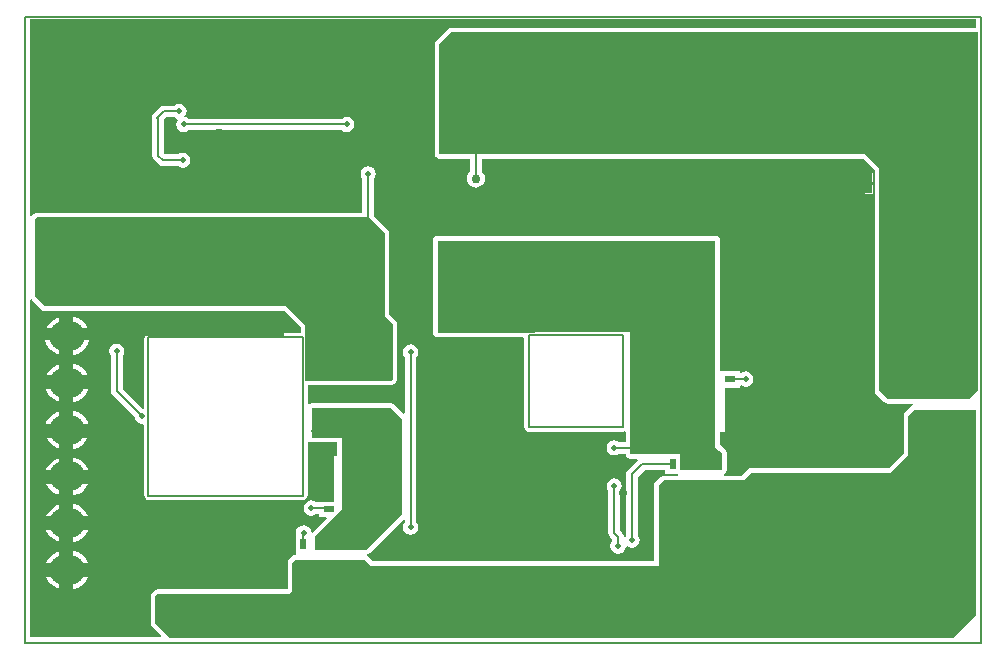
<source format=gtl>
%FSLAX25Y25*%
%MOIN*%
G70*
G01*
G75*
G04 Layer_Physical_Order=1*
G04 Layer_Color=255*
%ADD10R,0.14410X0.09843*%
%ADD11R,0.14410X0.07874*%
%ADD12R,0.01969X0.06299*%
%ADD13R,0.03543X0.02126*%
%ADD14R,0.48504X0.15354*%
%ADD15R,0.09843X0.14410*%
%ADD16R,0.07874X0.14410*%
%ADD17R,0.06299X0.01969*%
%ADD18R,0.02126X0.03543*%
%ADD19R,0.10630X0.03937*%
%ADD20R,0.25590X0.07559*%
%ADD21C,0.00800*%
%ADD22R,0.49400X0.08100*%
%ADD23R,0.04800X0.94500*%
%ADD24R,0.18800X0.03900*%
%ADD25R,0.17900X0.04600*%
%ADD26R,0.19200X0.04500*%
%ADD27R,0.85300X0.11600*%
%ADD28R,0.04315X0.07664*%
%ADD29R,0.44671X0.11272*%
%ADD30R,0.44400X0.11000*%
%ADD31R,0.06900X0.15000*%
%ADD32R,0.06300X0.16900*%
%ADD33C,0.00500*%
%ADD34O,0.11811X0.09843*%
%ADD35R,0.11811X0.09843*%
%ADD36C,0.02000*%
%ADD37C,0.05000*%
%ADD38C,0.04000*%
%ADD39C,0.03000*%
G36*
X317650Y-73550D02*
X314900Y-76300D01*
X287600D01*
X284850Y-73550D01*
Y600D01*
X280050Y5400D01*
X138250D01*
Y42000D01*
X142150Y45900D01*
X317650D01*
Y-73550D01*
D02*
G37*
G36*
X125700Y-82800D02*
Y-114800D01*
X113900Y-126600D01*
X96800D01*
Y-122100D01*
X105700Y-113200D01*
Y-89200D01*
X95600D01*
Y-79300D01*
X122200D01*
X125700Y-82800D01*
D02*
G37*
G36*
X317113Y47429D02*
X142150D01*
X141565Y47313D01*
X141069Y46981D01*
X137169Y43081D01*
X136837Y42585D01*
X136721Y42000D01*
Y5400D01*
X136837Y4815D01*
X137169Y4319D01*
X137665Y3987D01*
X138250Y3871D01*
X148463D01*
Y-505D01*
X148260Y-660D01*
X147780Y-1287D01*
X147477Y-2017D01*
X147374Y-2800D01*
X147477Y-3583D01*
X147780Y-4313D01*
X148260Y-4940D01*
X148887Y-5421D01*
X149617Y-5723D01*
X150400Y-5826D01*
X151183Y-5723D01*
X151913Y-5421D01*
X152540Y-4940D01*
X153021Y-4313D01*
X153323Y-3583D01*
X153426Y-2800D01*
X153323Y-2017D01*
X153021Y-1287D01*
X152540Y-660D01*
X152337Y-505D01*
Y3871D01*
X279416D01*
X283321Y-33D01*
Y-73550D01*
X283437Y-74135D01*
X283769Y-74631D01*
X286519Y-77381D01*
X287015Y-77713D01*
X287600Y-77829D01*
X296168D01*
X296217Y-78327D01*
X295915Y-78387D01*
X295419Y-78719D01*
X293419Y-80719D01*
X293087Y-81215D01*
X292971Y-81800D01*
Y-94291D01*
X287991Y-99271D01*
X242300D01*
X241715Y-99387D01*
X241219Y-99719D01*
X239067Y-101871D01*
X233262D01*
X233116Y-101392D01*
X233396Y-101206D01*
X233551D01*
Y-101102D01*
X233581Y-101081D01*
X233913Y-100585D01*
X234029Y-100000D01*
Y-94300D01*
X234011Y-94208D01*
X234018Y-94115D01*
X233953Y-93918D01*
X233913Y-93715D01*
X233861Y-93637D01*
X233832Y-93548D01*
X233697Y-93391D01*
X233581Y-93219D01*
X233504Y-93167D01*
X233443Y-93096D01*
X231729Y-91755D01*
Y-87404D01*
X231914Y-87219D01*
X232083Y-87219D01*
X232083Y-87219D01*
Y-87219D01*
X234686D01*
Y-84655D01*
X235185D01*
Y-84156D01*
X238457D01*
Y-82219D01*
Y-80156D01*
X235185D01*
Y-79156D01*
X238457D01*
Y-77219D01*
Y-75156D01*
X235185D01*
Y-74156D01*
X238457D01*
Y-72219D01*
Y-71925D01*
X238898Y-71689D01*
X239381Y-72011D01*
X240356Y-72205D01*
X241331Y-72011D01*
X242158Y-71458D01*
X242711Y-70631D01*
X242905Y-69656D01*
X242711Y-68680D01*
X242158Y-67853D01*
X241331Y-67301D01*
X240356Y-67107D01*
X239381Y-67301D01*
X238898Y-67623D01*
X238457Y-67387D01*
Y-67093D01*
X232083D01*
X232083Y-67093D01*
Y-67093D01*
X231914Y-67093D01*
X231729Y-66908D01*
Y-23500D01*
X231613Y-22915D01*
X231281Y-22419D01*
X230785Y-22087D01*
X230200Y-21971D01*
X137600D01*
X137015Y-22087D01*
X136519Y-22419D01*
X136187Y-22915D01*
X136071Y-23500D01*
Y-54175D01*
X136071Y-54176D01*
X136071Y-54177D01*
X136129Y-54471D01*
X136187Y-54760D01*
X136188Y-54761D01*
X136188Y-54762D01*
X136355Y-55011D01*
X136519Y-55256D01*
X136519Y-55257D01*
X136520Y-55257D01*
X136767Y-55422D01*
X137015Y-55588D01*
X137016Y-55588D01*
X137016Y-55588D01*
X137308Y-55646D01*
X137600Y-55704D01*
X137601Y-55704D01*
X137602Y-55704D01*
X166162Y-55669D01*
X166516Y-56022D01*
Y-85500D01*
X166516Y-85500D01*
X166516D01*
X166651Y-86183D01*
X167038Y-86762D01*
X167617Y-87148D01*
X168300Y-87284D01*
X198900D01*
X199583Y-87148D01*
X199886Y-86946D01*
X200328Y-87181D01*
X200335Y-90235D01*
X199982Y-90589D01*
X198127D01*
X197501Y-90171D01*
X196526Y-89977D01*
X195551Y-90171D01*
X194724Y-90724D01*
X194171Y-91550D01*
X193977Y-92526D01*
X194171Y-93501D01*
X194724Y-94328D01*
X195551Y-94881D01*
X196526Y-95075D01*
X197501Y-94881D01*
X198127Y-94463D01*
X200346D01*
X200346Y-94692D01*
X200404Y-94981D01*
X200461Y-95269D01*
X200463Y-95273D01*
X200464Y-95277D01*
X200628Y-95521D01*
X200791Y-95766D01*
X200794Y-95769D01*
X200797Y-95772D01*
X201043Y-95936D01*
X201286Y-96099D01*
X201290Y-96100D01*
X201294Y-96103D01*
X201584Y-96160D01*
X201870Y-96218D01*
X204182Y-96226D01*
X204373Y-96688D01*
X201015Y-100045D01*
X200595Y-100674D01*
X200448Y-101415D01*
Y-121814D01*
X200204Y-122179D01*
X199714Y-122082D01*
X199590Y-121459D01*
X199170Y-120830D01*
X198437Y-120098D01*
Y-106901D01*
X198855Y-106275D01*
X199049Y-105300D01*
X198855Y-104324D01*
X198302Y-103498D01*
X197476Y-102945D01*
X196500Y-102751D01*
X195525Y-102945D01*
X194698Y-103498D01*
X194145Y-104324D01*
X193951Y-105300D01*
X194145Y-106275D01*
X194563Y-106901D01*
Y-120900D01*
X194710Y-121641D01*
X195130Y-122270D01*
X195863Y-123002D01*
Y-123783D01*
X195445Y-124408D01*
X195251Y-125383D01*
X195445Y-126359D01*
X195998Y-127186D01*
X196825Y-127738D01*
X197800Y-127932D01*
X198775Y-127738D01*
X199602Y-127186D01*
X200155Y-126359D01*
X200318Y-125540D01*
X200780Y-125349D01*
X201410Y-125770D01*
X202385Y-125964D01*
X203361Y-125770D01*
X204187Y-125217D01*
X204740Y-124390D01*
X204934Y-123415D01*
X204740Y-122440D01*
X204322Y-121814D01*
Y-102217D01*
X206669Y-99871D01*
X213425D01*
Y-101206D01*
X217504D01*
X217784Y-101392D01*
X217638Y-101871D01*
X213100D01*
X212612Y-101968D01*
X212515Y-101987D01*
X212019Y-102319D01*
X210219Y-104119D01*
X209887Y-104615D01*
X209771Y-105200D01*
Y-130271D01*
X116033D01*
X114481Y-128719D01*
X113985Y-128387D01*
X113400Y-128271D01*
X113541Y-128129D01*
X113900D01*
X114485Y-128013D01*
X114981Y-127681D01*
X126201Y-116462D01*
X126663Y-116653D01*
Y-117399D01*
X126245Y-118025D01*
X126051Y-119000D01*
X126245Y-119975D01*
X126798Y-120802D01*
X127624Y-121355D01*
X128600Y-121549D01*
X129576Y-121355D01*
X130402Y-120802D01*
X130955Y-119975D01*
X131149Y-119000D01*
X130955Y-118025D01*
X130537Y-117399D01*
Y-62201D01*
X130955Y-61576D01*
X131149Y-60600D01*
X130955Y-59624D01*
X130402Y-58798D01*
X129576Y-58245D01*
X128600Y-58051D01*
X127624Y-58245D01*
X126798Y-58798D01*
X126245Y-59624D01*
X126051Y-60600D01*
X126245Y-61576D01*
X126663Y-62201D01*
Y-80947D01*
X126201Y-81138D01*
X123281Y-78219D01*
X122785Y-77887D01*
X122200Y-77771D01*
X95600D01*
X95015Y-77887D01*
X94725Y-78080D01*
X94284Y-77845D01*
Y-71729D01*
X122000D01*
X122585Y-71613D01*
X123081Y-71281D01*
X123781Y-70581D01*
X124113Y-70085D01*
X124229Y-69500D01*
Y-51400D01*
X124113Y-50815D01*
X123781Y-50319D01*
X121529Y-48066D01*
Y-21000D01*
X121413Y-20415D01*
X121081Y-19919D01*
X116437Y-15274D01*
Y-2801D01*
X116855Y-2176D01*
X117049Y-1200D01*
X116855Y-225D01*
X116302Y602D01*
X115475Y1155D01*
X114500Y1349D01*
X113524Y1155D01*
X112698Y602D01*
X112145Y-225D01*
X111951Y-1200D01*
X112145Y-2176D01*
X112563Y-2801D01*
Y-14145D01*
X4025D01*
X3537Y-14243D01*
X3440Y-14262D01*
X2944Y-14593D01*
X2419Y-15119D01*
X2263Y-15352D01*
X1784Y-15207D01*
Y50516D01*
X317113D01*
Y47429D01*
D02*
G37*
G36*
X230200Y-92500D02*
X232500Y-94300D01*
Y-100000D01*
X218400D01*
Y-94744D01*
X201876Y-94688D01*
X201775Y-54095D01*
X137600Y-54175D01*
Y-23500D01*
X230200D01*
Y-92500D01*
D02*
G37*
G36*
X317126Y-148174D02*
X309400Y-155900D01*
X213800D01*
Y-156000D01*
X48500D01*
X43500Y-151000D01*
Y-142100D01*
X44300Y-141300D01*
X88300D01*
X89200Y-140300D01*
Y-130800D01*
X90300Y-129700D01*
X90400Y-129800D01*
X113400D01*
X115400Y-131800D01*
X211300D01*
Y-105200D01*
X213100Y-103400D01*
X239700D01*
X242300Y-100800D01*
X288624D01*
X294500Y-94924D01*
Y-81800D01*
X296500Y-79800D01*
X317126D01*
Y-148174D01*
D02*
G37*
G36*
X2419Y-43281D02*
X5619Y-46481D01*
X6115Y-46813D01*
X6700Y-46929D01*
X86466D01*
X91971Y-52434D01*
Y-54416D01*
X85315D01*
Y-52895D01*
X71685D01*
Y-54416D01*
X69915D01*
Y-52995D01*
X56285D01*
Y-54416D01*
X54415D01*
Y-52995D01*
X40785D01*
Y-54640D01*
X40338Y-54938D01*
X39952Y-55517D01*
X39816Y-56200D01*
Y-79299D01*
X39429Y-79616D01*
X39338Y-79598D01*
X32637Y-72898D01*
Y-62001D01*
X33055Y-61375D01*
X33249Y-60400D01*
X33055Y-59425D01*
X32502Y-58598D01*
X31675Y-58045D01*
X30700Y-57851D01*
X29724Y-58045D01*
X28898Y-58598D01*
X28345Y-59425D01*
X28151Y-60400D01*
X28345Y-61375D01*
X28763Y-62001D01*
Y-73700D01*
X28763Y-73700D01*
X28763D01*
X28910Y-74441D01*
X29330Y-75070D01*
X36598Y-82338D01*
X36745Y-83075D01*
X37298Y-83902D01*
X38124Y-84455D01*
X39100Y-84649D01*
X39429Y-84583D01*
X39816Y-84901D01*
Y-108200D01*
X39816Y-108200D01*
X39816D01*
X39952Y-108883D01*
X40338Y-109462D01*
X40917Y-109848D01*
X41600Y-109984D01*
X92500D01*
X93183Y-109848D01*
X93762Y-109462D01*
X94148Y-108883D01*
X94284Y-108200D01*
Y-90655D01*
X94725Y-90420D01*
X95015Y-90613D01*
X95600Y-90729D01*
X104171D01*
Y-95375D01*
X101940D01*
Y-97939D01*
X101441D01*
Y-98438D01*
X98168D01*
Y-100501D01*
Y-102438D01*
X101441D01*
Y-103438D01*
X98168D01*
Y-105501D01*
Y-107438D01*
X101441D01*
Y-108438D01*
X98168D01*
Y-110501D01*
Y-110663D01*
X97101D01*
X96475Y-110245D01*
X95500Y-110051D01*
X94525Y-110245D01*
X93698Y-110798D01*
X93145Y-111625D01*
X92951Y-112600D01*
X93145Y-113575D01*
X93698Y-114402D01*
X94525Y-114955D01*
X95500Y-115149D01*
X96475Y-114955D01*
X97101Y-114537D01*
X98168D01*
Y-115501D01*
X100583D01*
X100774Y-115963D01*
X95938Y-120799D01*
X95460Y-120654D01*
X95305Y-119875D01*
X94752Y-119048D01*
X93925Y-118495D01*
X92950Y-118301D01*
X91975Y-118495D01*
X91148Y-119048D01*
X90595Y-119875D01*
X90401Y-120850D01*
X90485Y-121274D01*
X90325Y-121468D01*
X90325D01*
Y-128012D01*
X90325D01*
X90300Y-128171D01*
X89812Y-128268D01*
X89715Y-128287D01*
X89219Y-128619D01*
X88119Y-129719D01*
X87787Y-130215D01*
X87671Y-130800D01*
Y-139713D01*
X87619Y-139771D01*
X44300D01*
X43715Y-139887D01*
X43219Y-140219D01*
X42419Y-141019D01*
X42087Y-141515D01*
X41971Y-142100D01*
Y-151000D01*
X42087Y-151585D01*
X42419Y-152081D01*
X45571Y-155234D01*
X45380Y-155696D01*
X1784D01*
Y-43193D01*
X2263Y-43048D01*
X2419Y-43281D01*
D02*
G37*
G36*
X120000Y-21000D02*
Y-48700D01*
X122700Y-51400D01*
Y-69500D01*
X122000Y-70200D01*
X93500D01*
Y-51800D01*
X87100Y-45400D01*
X6700D01*
X3500Y-42200D01*
Y-16200D01*
X4025Y-15675D01*
X114675D01*
X120000Y-21000D01*
D02*
G37*
%LPC*%
G36*
X21561Y-102626D02*
X14673D01*
Y-108579D01*
X15157D01*
X16416Y-108455D01*
X17627Y-108087D01*
X18742Y-107491D01*
X19720Y-106689D01*
X20522Y-105711D01*
X21119Y-104595D01*
X21486Y-103385D01*
X21561Y-102626D01*
D02*
G37*
G36*
X15157Y-95674D02*
X14673D01*
Y-101626D01*
X21561D01*
X21486Y-100867D01*
X21119Y-99657D01*
X20522Y-98541D01*
X19720Y-97564D01*
X18742Y-96761D01*
X17627Y-96165D01*
X16416Y-95798D01*
X15157Y-95674D01*
D02*
G37*
G36*
X13673D02*
X13189D01*
X11930Y-95798D01*
X10720Y-96165D01*
X9604Y-96761D01*
X8626Y-97564D01*
X7824Y-98541D01*
X7228Y-99657D01*
X6861Y-100867D01*
X6786Y-101626D01*
X13673D01*
Y-95674D01*
D02*
G37*
G36*
X100940Y-95375D02*
X98168D01*
Y-97438D01*
X100940D01*
Y-95375D01*
D02*
G37*
G36*
X248226Y-91030D02*
X241911D01*
Y-93998D01*
X248226D01*
Y-91030D01*
D02*
G37*
G36*
X283541D02*
X277226D01*
Y-93998D01*
X283541D01*
Y-91030D01*
D02*
G37*
G36*
Y-94998D02*
X277226D01*
Y-97967D01*
X283541D01*
Y-94998D01*
D02*
G37*
G36*
X255541Y-91030D02*
Y-91030D01*
X249226D01*
Y-94499D01*
Y-97967D01*
X255541D01*
Y-97967D01*
X255541D01*
X255541Y-97967D01*
X255911D01*
Y-97967D01*
X262226D01*
Y-94499D01*
Y-91030D01*
X255911D01*
D01*
D01*
X255911Y-91030D01*
X255541D01*
D02*
G37*
G36*
X269911D02*
X269624Y-91030D01*
X269541D01*
Y-91030D01*
X269541D01*
X269541D01*
X263226D01*
Y-94499D01*
Y-97967D01*
X269541D01*
Y-97967D01*
X269541D01*
X269541Y-97967D01*
X269911D01*
Y-97967D01*
X276226D01*
Y-94499D01*
Y-91030D01*
X269911D01*
Y-91030D01*
D02*
G37*
G36*
X248226Y-94998D02*
X241911D01*
Y-97967D01*
X248226D01*
Y-94998D01*
D02*
G37*
G36*
X13673Y-102626D02*
X6786D01*
X6861Y-103385D01*
X7228Y-104595D01*
X7824Y-105711D01*
X8626Y-106689D01*
X9604Y-107491D01*
X10720Y-108087D01*
X11930Y-108455D01*
X13189Y-108579D01*
X13673D01*
Y-102626D01*
D02*
G37*
G36*
X79326Y-130336D02*
X66726D01*
Y-133806D01*
Y-137273D01*
X79326D01*
Y-133806D01*
Y-130336D01*
D02*
G37*
G36*
X86641Y-134305D02*
X80326D01*
Y-137273D01*
X86641D01*
Y-134305D01*
D02*
G37*
G36*
X52126Y-130336D02*
X45811D01*
Y-133305D01*
X52126D01*
Y-130336D01*
D02*
G37*
G36*
X65726D02*
X53126D01*
Y-133806D01*
Y-137273D01*
X65726D01*
Y-133806D01*
Y-130336D01*
D02*
G37*
G36*
X13673Y-133807D02*
X6786D01*
X6861Y-134566D01*
X7228Y-135777D01*
X7824Y-136892D01*
X8626Y-137870D01*
X9604Y-138672D01*
X10720Y-139269D01*
X11930Y-139636D01*
X13189Y-139760D01*
X13673D01*
Y-133807D01*
D02*
G37*
G36*
X21561D02*
X14673D01*
Y-139760D01*
X15157D01*
X16416Y-139636D01*
X17627Y-139269D01*
X18742Y-138672D01*
X19720Y-137870D01*
X20522Y-136892D01*
X21119Y-135777D01*
X21486Y-134566D01*
X21561Y-133807D01*
D02*
G37*
G36*
X52126Y-134305D02*
X45811D01*
Y-137273D01*
X52126D01*
Y-134305D01*
D02*
G37*
G36*
X21561Y-118217D02*
X14673D01*
Y-124169D01*
X15157D01*
X16416Y-124045D01*
X17627Y-123678D01*
X18742Y-123082D01*
X19720Y-122279D01*
X20522Y-121301D01*
X21119Y-120186D01*
X21486Y-118976D01*
X21561Y-118217D01*
D02*
G37*
G36*
X13673Y-111265D02*
X13189D01*
X11930Y-111389D01*
X10720Y-111756D01*
X9604Y-112352D01*
X8626Y-113154D01*
X7824Y-114132D01*
X7228Y-115248D01*
X6861Y-116458D01*
X6786Y-117217D01*
X13673D01*
Y-111265D01*
D02*
G37*
G36*
X15157D02*
X14673D01*
Y-117217D01*
X21561D01*
X21486Y-116458D01*
X21119Y-115248D01*
X20522Y-114132D01*
X19720Y-113154D01*
X18742Y-112352D01*
X17627Y-111756D01*
X16416Y-111389D01*
X15157Y-111265D01*
D02*
G37*
G36*
X13673Y-118217D02*
X6786D01*
X6861Y-118976D01*
X7228Y-120186D01*
X7824Y-121301D01*
X8626Y-122279D01*
X9604Y-123082D01*
X10720Y-123678D01*
X11930Y-124045D01*
X13189Y-124169D01*
X13673D01*
Y-118217D01*
D02*
G37*
G36*
X86641Y-130336D02*
X80326D01*
Y-133305D01*
X86641D01*
Y-130336D01*
D02*
G37*
G36*
X13673Y-126855D02*
X13189D01*
X11930Y-126979D01*
X10720Y-127346D01*
X9604Y-127943D01*
X8626Y-128745D01*
X7824Y-129723D01*
X7228Y-130838D01*
X6861Y-132049D01*
X6786Y-132807D01*
X13673D01*
Y-126855D01*
D02*
G37*
G36*
X15157D02*
X14673D01*
Y-132807D01*
X21561D01*
X21486Y-132049D01*
X21119Y-130838D01*
X20522Y-129723D01*
X19720Y-128745D01*
X18742Y-127943D01*
X17627Y-127346D01*
X16416Y-126979D01*
X15157Y-126855D01*
D02*
G37*
G36*
X13673Y-87036D02*
X6786D01*
X6861Y-87794D01*
X7228Y-89005D01*
X7824Y-90120D01*
X8626Y-91098D01*
X9604Y-91900D01*
X10720Y-92497D01*
X11930Y-92864D01*
X13189Y-92988D01*
X13673D01*
Y-87036D01*
D02*
G37*
G36*
X206400Y-4895D02*
X200085D01*
Y-7864D01*
X206400D01*
Y-4895D01*
D02*
G37*
G36*
X282715D02*
X276400D01*
Y-7864D01*
X282715D01*
Y-4895D01*
D02*
G37*
G36*
X206400Y-927D02*
X200085D01*
Y-3895D01*
X206400D01*
Y-927D01*
D02*
G37*
G36*
X85315Y-48927D02*
X79000D01*
Y-51895D01*
X85315D01*
Y-48927D01*
D02*
G37*
G36*
X62600Y-49027D02*
X56285D01*
Y-51995D01*
X62600D01*
Y-49027D01*
D02*
G37*
G36*
X69915D02*
X63600D01*
Y-51995D01*
X69915D01*
Y-49027D01*
D02*
G37*
G36*
X78000Y-48927D02*
X71685D01*
Y-51895D01*
X78000D01*
Y-48927D01*
D02*
G37*
G36*
X255469Y-927D02*
Y-927D01*
X255285Y-927D01*
X255200D01*
X255115D01*
X254931Y-927D01*
X254931Y-927D01*
Y-927D01*
X248800D01*
Y-4396D01*
Y-7864D01*
X255115D01*
Y-7864D01*
X255285D01*
X255469Y-7864D01*
X255469Y-7864D01*
Y-7864D01*
X261600D01*
Y-4396D01*
Y-927D01*
X255469D01*
X255469Y-927D01*
D02*
G37*
G36*
X269268D02*
Y-927D01*
X269085Y-927D01*
X269000D01*
X268915D01*
X268731Y-927D01*
X268731Y-927D01*
Y-927D01*
X262600D01*
Y-4396D01*
Y-7864D01*
X268915D01*
Y-7864D01*
X269085D01*
X269268Y-7864D01*
X269268Y-7864D01*
Y-7864D01*
X275400D01*
Y-4396D01*
Y-927D01*
X269268D01*
X269268Y-927D01*
D02*
G37*
G36*
X51400Y22149D02*
X50424Y21955D01*
X49799Y21537D01*
X46365D01*
X45624Y21390D01*
X44995Y20970D01*
X42830Y18804D01*
X42410Y18176D01*
X42263Y17435D01*
X42410Y16693D01*
X42563Y16465D01*
Y4800D01*
X42563Y4800D01*
X42563D01*
X42710Y4059D01*
X43130Y3430D01*
X44630Y1930D01*
X45259Y1510D01*
X46000Y1363D01*
X51099D01*
X51724Y945D01*
X52700Y751D01*
X53676Y945D01*
X54502Y1498D01*
X55055Y2324D01*
X55249Y3300D01*
X55055Y4276D01*
X54502Y5102D01*
X53676Y5655D01*
X52700Y5849D01*
X51724Y5655D01*
X51099Y5237D01*
X46802D01*
X46437Y5602D01*
Y16932D01*
X47168Y17663D01*
X49799D01*
X50424Y17245D01*
X50777Y17175D01*
X50969Y16713D01*
X50624Y16197D01*
X50430Y15221D01*
X50624Y14246D01*
X51176Y13419D01*
X52003Y12866D01*
X52979Y12672D01*
X53954Y12866D01*
X54579Y13284D01*
X105678D01*
X106303Y12866D01*
X107279Y12672D01*
X108254Y12866D01*
X109081Y13419D01*
X109634Y14246D01*
X109828Y15221D01*
X109634Y16197D01*
X109081Y17024D01*
X108254Y17576D01*
X107279Y17770D01*
X106303Y17576D01*
X105678Y17158D01*
X54579D01*
X53954Y17576D01*
X53217Y17723D01*
X53202Y17798D01*
X53755Y18624D01*
X53949Y19600D01*
X53755Y20575D01*
X53202Y21402D01*
X52376Y21955D01*
X51400Y22149D01*
D02*
G37*
G36*
X241669Y-927D02*
Y-927D01*
X241485Y-927D01*
X241400D01*
X241315D01*
X241131Y-927D01*
X241131Y-927D01*
Y-927D01*
X235000D01*
Y-4396D01*
Y-7864D01*
X241315D01*
Y-7864D01*
X241485D01*
X241669Y-7864D01*
X241669Y-7864D01*
Y-7864D01*
X247800D01*
Y-4396D01*
Y-927D01*
X241669D01*
X241669Y-927D01*
D02*
G37*
G36*
X282715Y-927D02*
X276400D01*
Y-3895D01*
X282715D01*
Y-927D01*
D02*
G37*
G36*
X214069Y-927D02*
Y-927D01*
X213885Y-927D01*
X213800D01*
X213715D01*
X213531Y-927D01*
X213531Y-927D01*
Y-927D01*
X207400D01*
Y-4396D01*
Y-7864D01*
X213715D01*
Y-7864D01*
X213885D01*
X214069Y-7864D01*
X214069Y-7864D01*
Y-7864D01*
X220200D01*
Y-4396D01*
Y-927D01*
X214069D01*
X214069Y-927D01*
D02*
G37*
G36*
X227869D02*
Y-927D01*
X227685Y-927D01*
X227600D01*
X227515D01*
X227331Y-927D01*
X227331Y-927D01*
Y-927D01*
X221200D01*
Y-4396D01*
Y-7864D01*
X227515D01*
Y-7864D01*
X227685D01*
X227869Y-7864D01*
X227869Y-7864D01*
Y-7864D01*
X234000D01*
Y-4396D01*
Y-927D01*
X227869D01*
X227869Y-927D01*
D02*
G37*
G36*
X13673Y-71445D02*
X6786D01*
X6861Y-72204D01*
X7228Y-73414D01*
X7824Y-74530D01*
X8626Y-75507D01*
X9604Y-76310D01*
X10720Y-76906D01*
X11930Y-77273D01*
X13189Y-77397D01*
X13673D01*
Y-71445D01*
D02*
G37*
G36*
X21561D02*
X14673D01*
Y-77397D01*
X15157D01*
X16416Y-77273D01*
X17627Y-76906D01*
X18742Y-76310D01*
X19720Y-75507D01*
X20522Y-74530D01*
X21119Y-73414D01*
X21486Y-72204D01*
X21561Y-71445D01*
D02*
G37*
G36*
X13673Y-64493D02*
X13189D01*
X11930Y-64617D01*
X10720Y-64984D01*
X9604Y-65580D01*
X8626Y-66382D01*
X7824Y-67360D01*
X7228Y-68476D01*
X6861Y-69686D01*
X6786Y-70445D01*
X13673D01*
Y-64493D01*
D02*
G37*
G36*
X15157Y-80083D02*
X14673D01*
Y-86036D01*
X21561D01*
X21486Y-85277D01*
X21119Y-84066D01*
X20522Y-82951D01*
X19720Y-81973D01*
X18742Y-81171D01*
X17627Y-80575D01*
X16416Y-80207D01*
X15157Y-80083D01*
D02*
G37*
G36*
X21561Y-87036D02*
X14673D01*
Y-92988D01*
X15157D01*
X16416Y-92864D01*
X17627Y-92497D01*
X18742Y-91900D01*
X19720Y-91098D01*
X20522Y-90120D01*
X21119Y-89005D01*
X21486Y-87794D01*
X21561Y-87036D01*
D02*
G37*
G36*
X238457Y-85156D02*
X235686D01*
Y-87219D01*
X238457D01*
Y-85156D01*
D02*
G37*
G36*
X13673Y-80083D02*
X13189D01*
X11930Y-80207D01*
X10720Y-80575D01*
X9604Y-81171D01*
X8626Y-81973D01*
X7824Y-82951D01*
X7228Y-84066D01*
X6861Y-85277D01*
X6786Y-86036D01*
X13673D01*
Y-80083D01*
D02*
G37*
G36*
X15157Y-48902D02*
X14673D01*
Y-54854D01*
X21561D01*
X21486Y-54096D01*
X21119Y-52885D01*
X20522Y-51770D01*
X19720Y-50792D01*
X18742Y-49990D01*
X17627Y-49393D01*
X16416Y-49026D01*
X15157Y-48902D01*
D02*
G37*
G36*
X47100Y-49027D02*
X40785D01*
Y-51995D01*
X47100D01*
Y-49027D01*
D02*
G37*
G36*
X54415D02*
X48100D01*
Y-51995D01*
X54415D01*
Y-49027D01*
D02*
G37*
G36*
X13673Y-48902D02*
X13189D01*
X11930Y-49026D01*
X10720Y-49393D01*
X9604Y-49990D01*
X8626Y-50792D01*
X7824Y-51770D01*
X7228Y-52885D01*
X6861Y-54096D01*
X6786Y-54854D01*
X13673D01*
Y-48902D01*
D02*
G37*
G36*
X15157Y-64493D02*
X14673D01*
Y-70445D01*
X21561D01*
X21486Y-69686D01*
X21119Y-68476D01*
X20522Y-67360D01*
X19720Y-66382D01*
X18742Y-65580D01*
X17627Y-64984D01*
X16416Y-64617D01*
X15157Y-64493D01*
D02*
G37*
G36*
X13673Y-55854D02*
X6786D01*
X6861Y-56613D01*
X7228Y-57824D01*
X7824Y-58939D01*
X8626Y-59917D01*
X9604Y-60719D01*
X10720Y-61316D01*
X11930Y-61683D01*
X13189Y-61807D01*
X13673D01*
Y-55854D01*
D02*
G37*
G36*
X21561D02*
X14673D01*
Y-61807D01*
X15157D01*
X16416Y-61683D01*
X17627Y-61316D01*
X18742Y-60719D01*
X19720Y-59917D01*
X20522Y-58939D01*
X21119Y-57824D01*
X21486Y-56613D01*
X21561Y-55854D01*
D02*
G37*
%LPD*%
D10*
X221898Y-73535D02*
D03*
X114728Y-109059D02*
D03*
D11*
X221898Y-81777D02*
D03*
X114728Y-100817D02*
D03*
D12*
X225934Y-69282D02*
D03*
Y-85030D02*
D03*
X110692Y-113312D02*
D03*
Y-97564D02*
D03*
D13*
X235186Y-79656D02*
D03*
X213148D02*
D03*
X235186Y-69656D02*
D03*
Y-74656D02*
D03*
X213148Y-69656D02*
D03*
X235186Y-84656D02*
D03*
X213148D02*
D03*
Y-74656D02*
D03*
X101440Y-102938D02*
D03*
X123478D02*
D03*
X101440Y-112938D02*
D03*
Y-107938D02*
D03*
X123478Y-112938D02*
D03*
X101440Y-97938D02*
D03*
X123478D02*
D03*
Y-107938D02*
D03*
D14*
X165500Y-41006D02*
D03*
Y23206D02*
D03*
D15*
X219867Y-111221D02*
D03*
X96767Y-138028D02*
D03*
D16*
X228109Y-111221D02*
D03*
X105009Y-138028D02*
D03*
D17*
X215614Y-107186D02*
D03*
X231362D02*
D03*
X92514Y-133992D02*
D03*
X108262D02*
D03*
D18*
X225988Y-97934D02*
D03*
Y-119972D02*
D03*
X215988Y-97934D02*
D03*
X220988D02*
D03*
X215988Y-119972D02*
D03*
X230988Y-97934D02*
D03*
Y-119972D02*
D03*
X220988D02*
D03*
X102888Y-124740D02*
D03*
Y-146778D02*
D03*
X92888Y-124740D02*
D03*
X97888D02*
D03*
X92888Y-146778D02*
D03*
X107888Y-124740D02*
D03*
Y-146778D02*
D03*
X97888D02*
D03*
D19*
X248726Y-94498D02*
D03*
Y-107294D02*
D03*
X262726Y-94498D02*
D03*
Y-107294D02*
D03*
X276726Y-94498D02*
D03*
Y-107294D02*
D03*
X47600Y-52495D02*
D03*
Y-39700D02*
D03*
X78500Y-52395D02*
D03*
Y-39600D02*
D03*
X63100Y-52495D02*
D03*
Y-39700D02*
D03*
X52626Y-133805D02*
D03*
Y-146600D02*
D03*
X66226Y-133805D02*
D03*
Y-146600D02*
D03*
X79826Y-133805D02*
D03*
Y-146600D02*
D03*
X248300Y-4395D02*
D03*
Y8400D02*
D03*
X262100Y-4395D02*
D03*
Y8400D02*
D03*
X275900Y-4395D02*
D03*
Y8400D02*
D03*
X206900Y-4395D02*
D03*
Y8400D02*
D03*
X220700Y-4395D02*
D03*
Y8400D02*
D03*
X234500Y-4395D02*
D03*
Y8400D02*
D03*
D20*
X108800Y-65224D02*
D03*
Y-84200D02*
D03*
D21*
X235186Y-69656D02*
X240356D01*
X202385Y-123415D02*
Y-101415D01*
X205866Y-97934D02*
X215988D01*
X202385Y-101415D02*
X205866Y-97934D01*
X52979Y15221D02*
X107279D01*
X92888Y-124740D02*
Y-122112D01*
X92900Y-122100D01*
X197800Y-125383D02*
Y-122200D01*
X196500Y-120900D02*
X197800Y-122200D01*
X196500Y-120900D02*
Y-105300D01*
X196526Y-92526D02*
X206726D01*
X206900Y-92700D01*
X106000Y-87000D02*
X108800Y-84200D01*
X46365Y19600D02*
X51400D01*
X44200Y17435D02*
X46365Y19600D01*
X44200Y17435D02*
X44500Y17135D01*
Y4800D02*
X46000Y3300D01*
X52700D01*
X44500Y4800D02*
Y17135D01*
X128600Y-119000D02*
Y-60600D01*
X114500Y-16200D02*
Y-1200D01*
X112200Y-18500D02*
X114500Y-16200D01*
X92900Y-122100D02*
Y-120850D01*
X101102Y-112600D02*
X101440Y-112938D01*
X95500Y-112600D02*
X101102D01*
X150400Y-2800D02*
Y10300D01*
X159706Y19606D01*
X165400D01*
X30700Y-73700D02*
Y-60400D01*
Y-73700D02*
X39100Y-82100D01*
D22*
X61600Y-51150D02*
D03*
D23*
X13900Y-95050D02*
D03*
D24*
X14200Y-54650D02*
D03*
D25*
X14250Y-70700D02*
D03*
D26*
X14100Y-87050D02*
D03*
X14600Y-102141D02*
D03*
Y-117731D02*
D03*
Y-133322D02*
D03*
D27*
X237550Y-3400D02*
D03*
D28*
X280557Y-4032D02*
D03*
D29*
X65335Y-133036D02*
D03*
D30*
X262400Y-93100D02*
D03*
D31*
X236750Y-80100D02*
D03*
D32*
X100250Y-102150D02*
D03*
D33*
X0Y51200D02*
X318898D01*
Y-157480D02*
Y51200D01*
X0Y-157480D02*
X318898D01*
X0D02*
Y51200D01*
X41100Y-55700D02*
X92600D01*
X41100Y-108600D02*
Y-55700D01*
Y-108600D02*
X92600D01*
Y-55700D01*
X168000Y-85500D02*
X199300D01*
X168000Y-55000D02*
X199300D01*
Y-85500D02*
Y-55000D01*
X168000Y-85500D02*
Y-55000D01*
D34*
X14173Y-39764D02*
D03*
Y-55354D02*
D03*
Y-86536D02*
D03*
Y-70945D02*
D03*
Y-133307D02*
D03*
Y-117717D02*
D03*
Y-102126D02*
D03*
X304724Y-55354D02*
D03*
Y-39764D02*
D03*
Y-24173D02*
D03*
Y-86535D02*
D03*
Y-70945D02*
D03*
Y-102126D02*
D03*
Y-117717D02*
D03*
D35*
X14173Y-24173D02*
D03*
X304724Y-133307D02*
D03*
D36*
X196500Y-105300D02*
D03*
X196526Y-92526D02*
D03*
X197800Y-125383D02*
D03*
X240356Y-69656D02*
D03*
X202385Y-123415D02*
D03*
X114500Y-1200D02*
D03*
X45700Y-146800D02*
D03*
X52979Y15221D02*
D03*
X107279D02*
D03*
X92950Y-120850D02*
D03*
X51400Y19600D02*
D03*
X52700Y3300D02*
D03*
X177400Y-150000D02*
D03*
X217794Y-136594D02*
D03*
X79606Y27905D02*
D03*
X83600Y3100D02*
D03*
X169000Y-125000D02*
D03*
X128600Y-119000D02*
D03*
X96500Y-87000D02*
D03*
X30700Y-60400D02*
D03*
X128600Y-60600D02*
D03*
X39100Y-82100D02*
D03*
X95500Y-112600D02*
D03*
D37*
X237100Y-146200D02*
D03*
X247367D02*
D03*
X257633D02*
D03*
X267900D02*
D03*
X278167D02*
D03*
X288433D02*
D03*
X298700D02*
D03*
X238067Y-114400D02*
D03*
X248333D02*
D03*
X258600D02*
D03*
X268867D02*
D03*
X279133D02*
D03*
X289400D02*
D03*
X237967Y-121600D02*
D03*
X248233D02*
D03*
X258500D02*
D03*
X268767D02*
D03*
X279033D02*
D03*
X289300D02*
D03*
X218800Y-115100D02*
D03*
X226900Y-115200D02*
D03*
Y-107800D02*
D03*
X218800Y-107700D02*
D03*
X217400Y-82000D02*
D03*
X225500Y-82100D02*
D03*
Y-74700D02*
D03*
X217400Y-74600D02*
D03*
X114728Y-100817D02*
D03*
Y-109059D02*
D03*
X100500Y-134800D02*
D03*
Y-141700D02*
D03*
X115900Y-136200D02*
D03*
X116000Y-144500D02*
D03*
X123400Y-136500D02*
D03*
X123700Y-144200D02*
D03*
D38*
X277900Y-86700D02*
D03*
X272040D02*
D03*
X266180D02*
D03*
X260320D02*
D03*
X254460D02*
D03*
X248600D02*
D03*
X277800Y-81700D02*
D03*
X271940D02*
D03*
X266080D02*
D03*
X260220D02*
D03*
X254360D02*
D03*
X248500D02*
D03*
X132600Y-127100D02*
D03*
Y-121240D02*
D03*
Y-115380D02*
D03*
Y-109520D02*
D03*
Y-103660D02*
D03*
Y-97800D02*
D03*
X142700Y-127300D02*
D03*
Y-121440D02*
D03*
Y-115580D02*
D03*
Y-109720D02*
D03*
Y-103860D02*
D03*
Y-98000D02*
D03*
X35400Y-120300D02*
D03*
Y-114440D02*
D03*
Y-108580D02*
D03*
Y-102720D02*
D03*
Y-96860D02*
D03*
X35300Y-126700D02*
D03*
X124300Y-37600D02*
D03*
Y-31740D02*
D03*
Y-25880D02*
D03*
Y-20020D02*
D03*
Y-14160D02*
D03*
Y-8300D02*
D03*
X48100Y-123400D02*
D03*
X53960D02*
D03*
X59820D02*
D03*
X65680D02*
D03*
X71540D02*
D03*
X77400D02*
D03*
X48200Y-128300D02*
D03*
X54060D02*
D03*
X59920D02*
D03*
X65780D02*
D03*
X71640D02*
D03*
X77500D02*
D03*
X112200Y-18500D02*
D03*
X113300Y-33700D02*
D03*
X107440D02*
D03*
X101580D02*
D03*
X95720D02*
D03*
X89860D02*
D03*
X84000D02*
D03*
X113200Y-28800D02*
D03*
X107340D02*
D03*
X101480D02*
D03*
X95620D02*
D03*
X89760D02*
D03*
X83900D02*
D03*
X90100Y-23000D02*
D03*
X84240D02*
D03*
X78380D02*
D03*
X72520D02*
D03*
X66660D02*
D03*
X60800D02*
D03*
X90000Y-18100D02*
D03*
X84140D02*
D03*
X78280D02*
D03*
X72420D02*
D03*
X66560D02*
D03*
X60700D02*
D03*
X249600Y30800D02*
D03*
X255460D02*
D03*
X261320D02*
D03*
X267180D02*
D03*
X273040D02*
D03*
X278900D02*
D03*
X278700Y35900D02*
D03*
X272840D02*
D03*
X266980D02*
D03*
X261120D02*
D03*
X255260D02*
D03*
X249400D02*
D03*
X249700Y16700D02*
D03*
X255560D02*
D03*
X261420D02*
D03*
X267280D02*
D03*
X273140D02*
D03*
X279000D02*
D03*
X278800Y21800D02*
D03*
X272940D02*
D03*
X267080D02*
D03*
X261220D02*
D03*
X255360D02*
D03*
X249500D02*
D03*
X172900Y33100D02*
D03*
X178760D02*
D03*
X184620D02*
D03*
X190480D02*
D03*
X196340D02*
D03*
X202200D02*
D03*
X202000Y38200D02*
D03*
X196140D02*
D03*
X190280D02*
D03*
X184420D02*
D03*
X178560D02*
D03*
X172700D02*
D03*
X203700Y-11200D02*
D03*
X209560D02*
D03*
X215420D02*
D03*
X221280D02*
D03*
X227140D02*
D03*
X233000D02*
D03*
X203800Y-16200D02*
D03*
X209660D02*
D03*
X215520D02*
D03*
X221380D02*
D03*
X227240D02*
D03*
X233100D02*
D03*
X245800Y-11500D02*
D03*
X251660D02*
D03*
X257520D02*
D03*
X263380D02*
D03*
X269240D02*
D03*
X275100D02*
D03*
X245900Y-16500D02*
D03*
X251760D02*
D03*
X257620D02*
D03*
X263480D02*
D03*
X269340D02*
D03*
X275200D02*
D03*
X70700Y-52400D02*
D03*
X55400Y-51600D02*
D03*
X38800Y-52500D02*
D03*
X34800Y-49000D02*
D03*
D39*
X187626Y-115726D02*
D03*
X187500Y-122500D02*
D03*
X64926Y12269D02*
D03*
X65100Y6300D02*
D03*
X104100Y36700D02*
D03*
X113300Y26800D02*
D03*
X123803Y-44300D02*
D03*
X45000Y24200D02*
D03*
X199500Y-107600D02*
D03*
X150400Y-2800D02*
D03*
M02*

</source>
